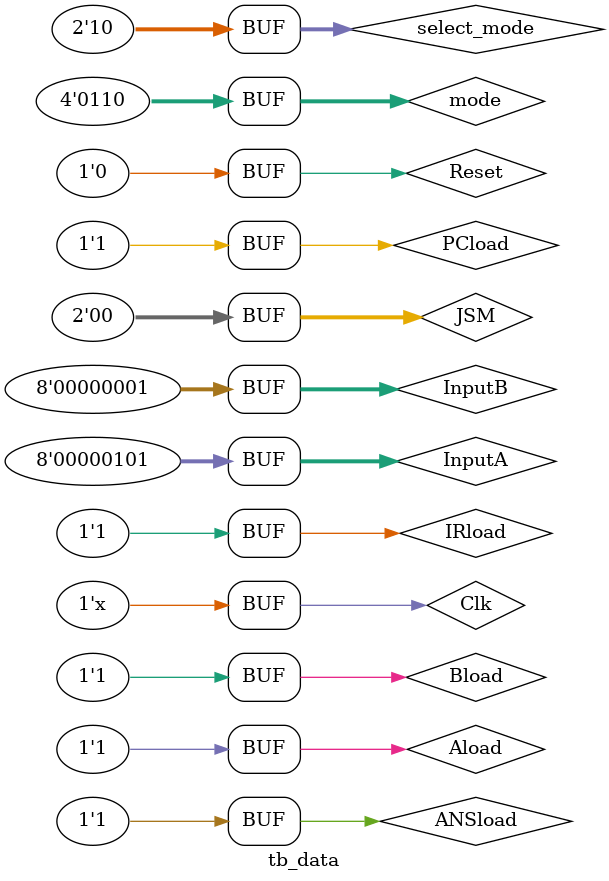
<source format=v>
`timescale 1ns / 1ps

module tb_data;

	// Inputs
	reg [7:0] InputA;
	reg [7:0] InputB;
	reg Aload;
	reg Bload;
	reg [3:0] mode;
	reg Reset;
	reg Clk;
	reg IRload;
	reg PCload;
	reg ANSload;
	reg [1:0] JSM;
	reg [1:0]select_mode;

	// Outputs
	wire [3:0] IRCU;
	wire [7:0] Output;

	// Instantiate the Unit Under Test (UUT)
	datapath uut (
		.InputA(InputA), 
		.InputB(InputB), 
		.Aload(Aload), 
		.Bload(Bload), 
		.mode(mode), 
		.Reset(Reset), 
		.Clk(Clk), 
		.IRload(IRload), 
		.PCload(PCload), 
		.ANSload(ANSload), 
		.JSM(JSM), 
		.select_mode(select_mode), 
		.IRCU(IRCU), 
		.Output(Output)
	);

	initial begin
		/*// Initialize Inputs
		/*InputA = 0;
		InputB = 0;
		Aload = 0;
		Bload = 0;
		mode = 0;
		Reset = 1;
		Clk = 0;
		IRload = 0;
		PCload = 0;
		ANSload = 0;
		JSM = 0;
		select_mode = 0;

		#100;
		
		InputA = 5;
		InputB = 1;
		Aload = 1;
		Bload = 1;
		mode = 6;
		Reset = 0;
		IRload = 1;
		PCload = 1;
		ANSload = 1;
		JSM = 0;
		select_mode = 1;

		#100;

		Aload = 1;
		Bload = 1;
		ANSload = 1;
		JSM = 2;
		

		#100;
		//////////////////////////////
		
		
		mode = 0;
		Reset = 1;
		Clk = 0;
		IRload = 0;
		PCload = 0;
		ANSload = 0;
		JSM = 0;
		select_mode = 0;
		
		#100;
		
		InputA = 5;
		InputB = 1;
		Aload = 1;
		Bload = 1;
		mode = 6;
		Reset = 0;
		IRload = 1;
		PCload = 1;
		ANSload = 1;
		JSM = 0;
		select_mode = 1;

		#100;
		
		mode = 6;
		Reset = 0;
		IRload = 1;
		PCload = 1;
		ANSload = 0;
		JSM = 0;
		select_mode = 0;
		
		#100;
		
		mode = 6;
		IRload = 1;
		PCload = 1;
		JSM = 2;
		select_mode = 1;
		ANSload = 1;
		#100;
		
		mode = 6;
		IRload = 1;
		PCload = 1;
		select_mode = 1;
		ANSload = 1;
		#100;
		
		mode = 6;
		IRload = 1;
		PCload = 1;
		select_mode = 1;
		ANSload = 1;

		#100;

        

	end
      	always #20 Clk = ~Clk;
endmodule*/

		mode = 0;
		Reset = 1;
		Clk = 0;
		IRload = 0;
		PCload = 0;
		ANSload = 0;
		JSM = 0;
		select_mode = 0;
		
		#100;
		
		InputA = 5;
		InputB = 1;
		Aload = 1;
		Bload = 1;
		mode = 6;
		Reset = 0;
		IRload = 1;
		PCload = 1;
		ANSload = 1;
		JSM = 0;
		select_mode = 2;
		
		#100;
		
		mode = 6;
		IRload = 0;
		PCload = 0;
		JSM = 2;
		
		#100;
		
		
		mode = 6;
		IRload = 1;
		PCload = 1;
		JSM = 1;
		
		#100;
		
		mode = 6;
		IRload = 1;
		PCload = 1;
		JSM = 0;

		#100;

	end
      	always #20 Clk = ~Clk;
endmodule


</source>
